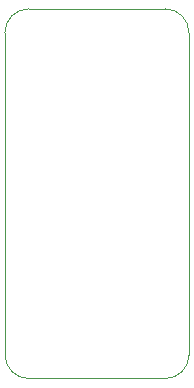
<source format=gbr>
%TF.GenerationSoftware,KiCad,Pcbnew,8.0.5*%
%TF.CreationDate,2025-01-09T20:32:44-08:00*%
%TF.ProjectId,PIC32Flex,50494333-3246-46c6-9578-2e6b69636164,rev?*%
%TF.SameCoordinates,Original*%
%TF.FileFunction,Profile,NP*%
%FSLAX46Y46*%
G04 Gerber Fmt 4.6, Leading zero omitted, Abs format (unit mm)*
G04 Created by KiCad (PCBNEW 8.0.5) date 2025-01-09 20:32:44*
%MOMM*%
%LPD*%
G01*
G04 APERTURE LIST*
%TA.AperFunction,Profile*%
%ADD10C,0.050000*%
%TD*%
G04 APERTURE END LIST*
D10*
X98614214Y-72400000D02*
G75*
G02*
X100614214Y-70400000I2000000J0D01*
G01*
X114200000Y-72400000D02*
X114200000Y-99685786D01*
X100614214Y-70400000D02*
X112200000Y-70400000D01*
X100614214Y-101685786D02*
G75*
G02*
X98614214Y-99685786I0J2000000D01*
G01*
X114200000Y-99685786D02*
G75*
G02*
X112200000Y-101685786I-2000000J0D01*
G01*
X112200000Y-101685786D02*
X100614214Y-101685786D01*
X112200000Y-70400000D02*
G75*
G02*
X114200000Y-72400000I0J-2000000D01*
G01*
X98614214Y-99685786D02*
X98614214Y-72400000D01*
M02*

</source>
